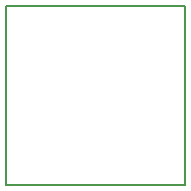
<source format=gm1>
G04*
G04 #@! TF.GenerationSoftware,Altium Limited,Altium Designer,22.2.1 (43)*
G04*
G04 Layer_Color=16711935*
%FSLAX44Y44*%
%MOMM*%
G71*
G04*
G04 #@! TF.SameCoordinates,55AAE711-CEB4-47FC-94B9-92884521197F*
G04*
G04*
G04 #@! TF.FilePolarity,Positive*
G04*
G01*
G75*
%ADD11C,0.2000*%
D11*
X152000Y0D02*
Y152000D01*
X0D02*
X152000D01*
X0Y0D02*
X152000D01*
X0D02*
Y152000D01*
M02*

</source>
